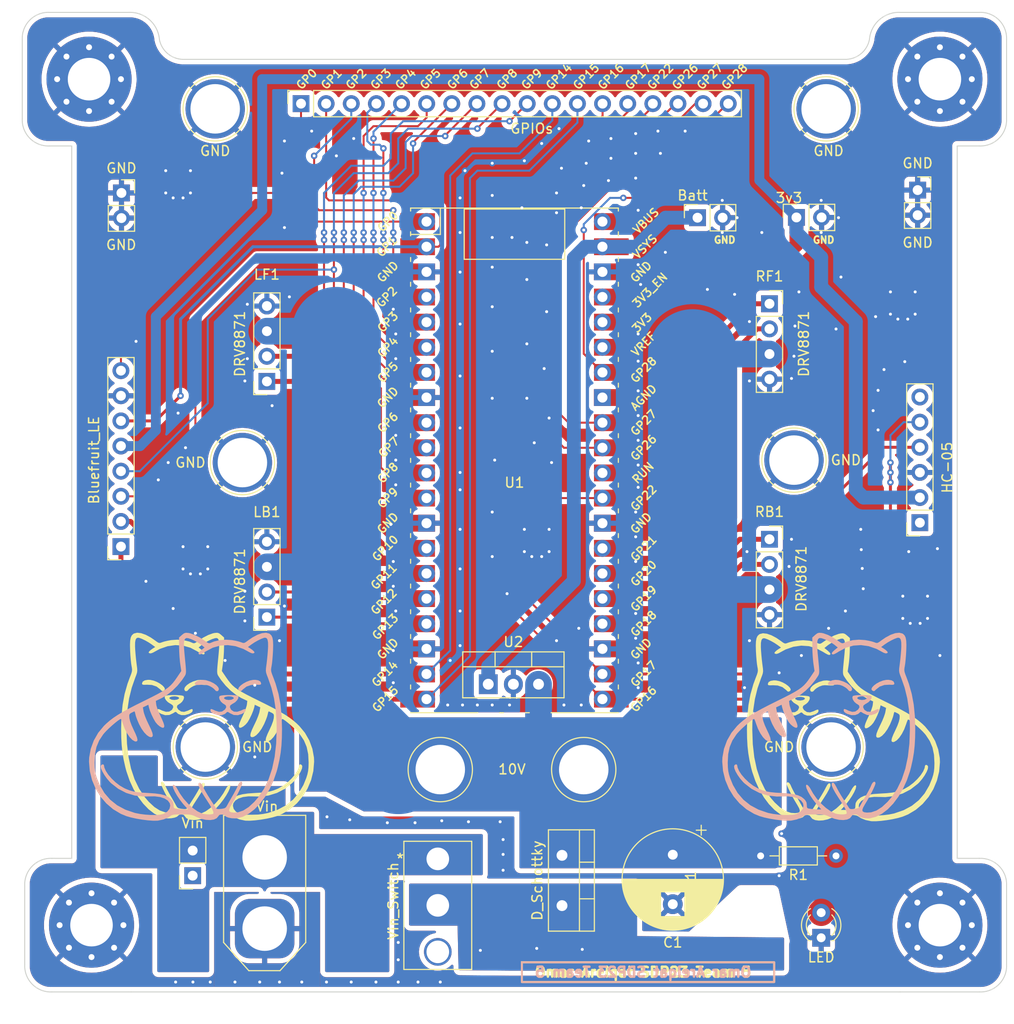
<source format=kicad_pcb>
(kicad_pcb (version 20211014) (generator pcbnew)
  (layers (0 "F.Cu" signal) (31 "B.Cu" signal) (34 "B.Paste" user) (35 "F.Paste" user) (36 "B.SilkS" user "B.Silkscreen") (37 "F.SilkS" user "F.Silkscreen") (38 "B.Mask" user) (39 "F.Mask" user) (44 "Edge.Cuts" user))
  (net 0 "")
  (net 1 "LF1")
  (net 2 "LF2")
  (net 3 "+10V")
  (net 4 "GND")
  (net 5 "RB1")
  (net 6 "RB2")
  (net 7 "LB1")
  (net 8 "LB2")
  (net 9 "RF1")
  (net 10 "RF2")
  (net 11 "Vcc_10v")
  (net 12 "Net-(D3-Pad2)")
  (net 13 "VCC")
  (net 15 "+3V3")
  (net 17 "VSYS")
  (net 24 "GPIO16")
  (net 25 "GPIO17")
  (net 26 "GPIO1")
  (net 27 "GPIO2")
  (net 28 "GPIO3")
  (net 29 "GPIO4")
  (net 30 "GPIO5")
  (net 31 "GPIO6")
  (net 32 "GPIO7")
  (net 33 "GPIO8")
  (net 34 "GPIO9")
  (net 35 "GPIO15")
  (net 36 "GPIO22")
  (net 37 "GPIO26")
  (net 38 "GPIO27")
  (net 39 "GPIO28")
  (net 40 "CTS")
  (net 41 "DFU")
  (footprint "Connector_PinSocket_2.54mm:PinSocket_1x02_P2.54mm_Vertical" (layer "F.Cu") (at 167.5 75.46)
    (fp_text reference "J17")
    (fp_text value "GND")
  )
  (footprint "TestPoint:TestPoint_Plated_Hole_D5.0mm" (layer "F.Cu") (at 95.5 131.75)
    (fp_text reference "J11")
    (fp_text value "GND")
  )
  (footprint "Connector_PinSocket_2.54mm:PinSocket_1x04_P2.54mm_Vertical" (layer "F.Cu") (at 152.525 86.95)
    (fp_text reference "RF1")
    (fp_text value "DRV8871")
  )
  (footprint "Coaster_PCB_CDR:pic22" (layer "F.Cu") (at 95.75 129.5)
    (fp_text reference "Qat")
    (fp_text value "LOGO" hide)
  )
  (footprint "TestPoint:TestPoint_Plated_Hole_D5.0mm" (layer "F.Cu") (at 158.25 67.25)
    (fp_text reference "J15")
    (fp_text value "GND")
  )
  (footprint "Buggy_Footprints:1101M2S3CQE2" (layer "F.Cu") (at 119 143.051)
    (fp_text reference "SW1")
    (fp_text value "Vin_Switch")
  )
  (footprint "Connector_PinSocket_2.54mm:PinSocket_1x02_P2.54mm_Vertical" (layer "F.Cu") (at 155.25 78.225 90)
    (fp_text reference "J13")
    (fp_text value "3v3")
  )
  (footprint "MountingHole:MountingHole_4.3mm_M4_Pad_Via" (layer "F.Cu") (at 169.75 149.75)
    (fp_text reference "H3")
    (fp_text value "M")
  )
  (footprint "Connector_PinSocket_2.54mm:PinSocket_1x08_P2.54mm_Vertical" (layer "F.Cu") (at 86.975 111.49 180)
    (fp_text reference "J9")
    (fp_text value "Bluefruit_LE")
  )
  (footprint "Coaster_PCB_CDR:pic22" (layer "F.Cu") (at 159.00321 129.554814)
    (fp_text reference "Qat")
    (fp_text value "LOGO" hide)
  )
  (footprint "LED_THT:LED_D3.0mm" (layer "F.Cu") (at 157.75 151.025 90)
    (fp_text reference "D3")
    (fp_text value "LED")
  )
  (footprint "Package_TO_SOT_THT:TO-220-2_Vertical" (layer "F.Cu") (at 131.555 142.695354 -90)
    (fp_text reference "D1")
    (fp_text value "D_Schottky")
  )
  (footprint "MountingHole:MountingHole_4.3mm_M4_Pad_Via" (layer "F.Cu") (at 83.75 64.25)
    (fp_text reference "H1")
    (fp_text value "M")
  )
  (footprint "TestPoint:TestPoint_Plated_Hole_D5.0mm" (layer "F.Cu") (at 158.75 131.75)
    (fp_text reference "J14")
    (fp_text value "GND")
  )
  (footprint "TestPoint:TestPoint_Plated_Hole_D5.0mm" (layer "F.Cu") (at 99.25 103)
    (fp_text reference "J12")
    (fp_text value "GND")
  )
  (footprint "Connector_PinSocket_2.54mm:PinSocket_1x18_P2.54mm_Vertical" (layer "F.Cu") (at 105.175 66.725 90)
    (fp_text reference "J8")
    (fp_text value "GPIOs")
  )
  (footprint "Capacitor_THT:CP_Radial_D10.0mm_P5.00mm" (layer "F.Cu") (at 142.75 142.632323 -90)
    (fp_text reference "C1")
    (fp_text value "2200uF")
  )
  (footprint "TestPoint:TestPoint_Plated_Hole_D5.0mm" (layer "F.Cu") (at 96.5 67.25 90)
    (fp_text reference "J5")
    (fp_text value "GND")
  )
  (footprint "Connector_PinSocket_2.54mm:PinSocket_1x06_P2.54mm_Vertical" (layer "F.Cu") (at 167.725 109.075 180)
    (fp_text reference "J2")
    (fp_text value "HC-05")
  )
  (footprint "Connector_PinSocket_2.54mm:PinSocket_1x02_P2.54mm_Vertical" (layer "F.Cu") (at 145.25 78.2525 90)
    (fp_text reference "J4")
    (fp_text value "Batt")
  )
  (footprint "MountingHole:MountingHole_4.3mm_M4_Pad_Via" (layer "F.Cu") (at 169.75 64.25)
    (fp_text reference "H2")
    (fp_text value "M")
  )
  (footprint "Connector_PinSocket_2.54mm:PinSocket_1x02_P2.54mm_Vertical" (layer "F.Cu") (at 87.025 75.75)
    (fp_text reference "J16")
    (fp_text value "GND")
  )
  (footprint "Package_TO_SOT_THT:TO-220-3_Vertical" (layer "F.Cu") (at 124.1 125.4)
    (fp_text reference "U2")
    (fp_text value "LM2937xT")
  )
  (footprint "Connector_AMASS:AMASS_XT60-M_1x02_P7.20mm_Vertical" (layer "F.Cu") (at 101.5 150.1 90)
    (fp_text reference "J1")
    (fp_text value "Vin")
  )
  (footprint "Connector_PinSocket_2.54mm:PinSocket_1x02_P2.54mm_Vertical" (layer "F.Cu") (at 94.225 144.75 180)
    (fp_text reference "J6")
    (fp_text value "Vin")
  )
  (footprint "Resistor_THT:R_Axial_DIN0204_L3.6mm_D1.6mm_P7.62mm_Horizontal" (layer "F.Cu") (at 159.25 142.75 180)
    (fp_text reference "R1")
    (fp_text value "330")
  )
  (footprint "Connector_PinSocket_2.54mm:PinSocket_1x04_P2.54mm_Vertical" (layer "F.Cu") (at 101.725 118.62 180)
    (fp_text reference "LB1")
    (fp_text value "DRV8871")
  )
  (footprint "MountingHole:MountingHole_4.3mm_M4_Pad_Via" (layer "F.Cu") (at 84 149.75)
    (fp_text reference "H4")
    (fp_text value "M")
  )
  (footprint "Connector_PinSocket_2.54mm:PinSocket_1x04_P2.54mm_Vertical" (layer "F.Cu") (at 101.725 94.8 180)
    (fp_text reference "LF1")
    (fp_text value "DRV8871")
  )
  (footprint "TestPoint:TestPoint_Plated_Hole_D5.0mm" (layer "F.Cu") (at 119.25 134.0275)
    (fp_text reference "J7")
    (fp_text value "10V")
  )
  (footprint "TestPoint:TestPoint_Plated_Hole_D5.0mm" (layer "F.Cu") (at 133.75 134.0275)
    (fp_text reference "J3")
    (fp_text value "10V")
  )
  (footprint "TestPoint:TestPoint_Plated_Hole_D5.0mm" (layer "F.Cu") (at 155 102.75)
    (fp_text reference "J10")
    (fp_text value "GND")
  )
  (footprint "Connector_PinSocket_2.54mm:PinSocket_1x04_P2.54mm_Vertical" (layer "F.Cu") (at 152.525 110.75)
    (fp_text reference "RB1")
    (fp_text value "DRV8871")
  )
  (footprint "RPi_Pico:RPi_PicoW_SMD_TH" (layer "F.Cu") (at 126.75 102.7775)
    (fp_text reference "U1")
    (fp_text value "PicoW")
  )
  (footprint "Coaster_PCB_CDR:pic22" (layer "B.Cu") (at 158.5 129.5 180)
    (fp_text reference "Qat")
    (fp_text value "LOGO" hide)
  )
  (footprint "Coaster_PCB_CDR:pic22" (layer "B.Cu") (at 94.49679 129.5 180)
    (fp_text reference "Qat")
    (fp_text value "LOGO" hide)
  )
  (gr_rect (start 153 155.5) (end 127.5 153.5) (layer "B.SilkS") (width 0.2) (fill none))
  (gr_rect (start 153 155.5) (end 127.5 153.5) (layer "F.SilkS") (width 0.2) (fill none))
  (gr_arc (start 176.489399 153.75) (mid 175.719204 155.729805) (end 173.739399 156.5) (layer "Edge.Cuts") (width 0.1))
  (gr_arc (start 162.625 60.25) (mid 163.62765 58.246988) (end 165.739399 57.5) (layer "Edge.Cuts") (width 0.1))
  (gr_line (start 173.739399 143) (end 171.5 143) (layer "Edge.Cuts") (width 0.1))
  (gr_line (start 176.489399 60.25) (end 176.489399 68.25) (layer "Edge.Cuts") (width 0.1))
  (gr_arc (start 79.75 71) (mid 77.770195 70.229805) (end 77 68.25) (layer "Edge.Cuts") (width 0.1))
  (gr_line (start 77.25 153.75) (end 77.25 145.75) (layer "Edge.Cuts") (width 0.1))
  (gr_line (start 173.739399 57.5) (end 165.739399 57.5) (layer "Edge.Cuts") (width 0.1))
  (gr_arc (start 173.739399 143) (mid 175.719205 143.770194) (end 176.489399 145.75) (layer "Edge.Cuts") (width 0.1))
  (gr_line (start 171.5 143) (end 171.5 71) (layer "Edge.Cuts") (width 0.1))
  (gr_arc (start 93.25 62.25) (mid 91.705112 61.669962) (end 90.864399 60.25) (layer "Edge.Cuts") (width 0.1))
  (gr_line (start 77 68.25) (end 77 60.25) (layer "Edge.Cuts") (width 0.1))
  (gr_line (start 80 143) (end 82 143) (layer "Edge.Cuts") (width 0.1))
  (gr_arc (start 77.25 145.75) (mid 78.020195 143.770195) (end 80 143) (layer "Edge.Cuts") (width 0.1))
  (gr_line (start 80 156.5) (end 88 156.5) (layer "Edge.Cuts") (width 0.1))
  (gr_line (start 93.25 62.25) (end 160.239399 62.25) (layer "Edge.Cuts") (width 0.1))
  (gr_arc (start 77 60.25) (mid 77.770195 58.270195) (end 79.75 57.5) (layer "Edge.Cuts") (width 0.1))
  (gr_line (start 82 71) (end 82 143) (layer "Edge.Cuts") (width 0.1))
  (gr_line (start 171.5 71) (end 173.75 71) (layer "Edge.Cuts") (width 0.1))
  (gr_line (start 79.75 57.5) (end 87.75 57.5) (layer "Edge.Cuts") (width 0.1))
  (gr_arc (start 80 156.5) (mid 78.020195 155.729805) (end 77.25 153.75) (layer "Edge.Cuts") (width 0.1))
  (gr_arc (start 87.75 57.5) (mid 89.861792 58.246939) (end 90.864399 60.25) (layer "Edge.Cuts") (width 0.1))
  (gr_arc (start 162.625 60.25) (mid 161.784268 61.669939) (end 160.239399 62.25) (layer "Edge.Cuts") (width 0.1))
  (gr_line (start 173.739399 156.5) (end 165.739399 156.5) (layer "Edge.Cuts") (width 0.1))
  (gr_arc (start 176.489399 68.25) (mid 175.722928 70.22591) (end 173.75 71) (layer "Edge.Cuts") (width 0.1))
  (gr_line (start 79.75 71) (end 82 71) (layer "Edge.Cuts") (width 0.1))
  (gr_arc (start 173.739399 57.5) (mid 175.719205 58.270194) (end 176.489399 60.25) (layer "Edge.Cuts") (width 0.1))
  (gr_line (start 176.489399 145.75) (end 176.489399 153.75) (layer "Edge.Cuts") (width 0.1))
  (gr_line (start 88 156.5) (end 165.739399 156.5) (layer "Edge.Cuts") (width 0.1))
  (gr_text "Omar Areiqat SDP23 Team 5" (at 139.75 154.5) (layer "B.SilkS") (effects (font (size 1 1) (thickness 0.25)) (justify mirror)))
  (gr_text "GP26" (at 144 64 45) (layer "F.SilkS") (effects (font (size 0.8 0.8))))
  (gr_text "GP17" (at 139.25 64 45) (layer "F.SilkS") (effects (font (size 0.8 0.8))))
  (gr_text "GND" (at 87.025 73.25) (layer "F.SilkS") (effects (font (size 1 1))))
  (gr_text "GND" (at 148 80.5) (layer "F.SilkS") (effects (font (size 0.7 0.7) (thickness 0.175))))
  (gr_text "GP0" (at 105.75 64.25 45) (layer "F.SilkS") (effects (font (size 0.8 0.8))))
  (gr_text "GP15" (at 134 64 45) (layer "F.SilkS") (effects (font (size 0.8 0.8))))
  (gr_text "Omar Areiqat SDP23 Team 5" (at 139.75 154.5) (layer "F.SilkS") (effects (font (size 1 1) (thickness 0.25))))
  (gr_text "GND" (at 167.5 72.75) (layer "F.SilkS") (effects (font (size 1 1))))
  (gr_text "GP14" (at 131.25 64 45) (layer "F.SilkS") (effects (font (size 0.8 0.8))))
  (gr_text "GP5" (at 118.25 64.25 45) (layer "F.SilkS") (effects (font (size 0.8 0.8))))
  (gr_text "GND" (at 87 81) (layer "F.SilkS") (effects (font (size 1 1))))
  (gr_text "GP1" (at 108.25 64.25 45) (layer "F.SilkS") (effects (font (size 0.8 0.8))))
  (gr_text "GP28" (at 149 64 45) (layer "F.SilkS") (effects (font (size 0.8 0.8))))
  (gr_text "GP6" (at 121 64.25 45) (layer "F.SilkS") (effects (font (size 0.8 0.8))))
  (gr_text "GP8" (at 126 64.25 45) (layer "F.SilkS") (effects (font (size 0.8 0.8))))
  (gr_text "GND" (at 158 80.5) (layer "F.SilkS") (effects (font (size 0.7 0.7) (thickness 0.175))))
  (gr_text "GP9" (at 128.5 64.25 45) (layer "F.SilkS") (effects (font (size 0.8 0.8))))
  (gr_text "GP2" (at 110.75 64.25 45) (layer "F.SilkS") (effects (font (size 0.8 0.8))))
  (gr_text "GP22" (at 141.5 64 45) (layer "F.SilkS") (effects (font (size 0.8 0.8))))
  (gr_text "GP4" (at 115.75 64.25 45) (layer "F.SilkS") (effects (font (size 0.8 0.8))))
  (gr_text "GP27" (at 146.5 64 45) (layer "F.SilkS") (effects (font (size 0.8 0.8))))
  (gr_text "GP16" (at 136.5 64 45) (layer "F.SilkS") (effects (font (size 0.8 0.8))))
  (gr_text "GP3" (at 113.25 64.25 45) (layer "F.SilkS") (effects (font (size 0.8 0.8))))
  (gr_text "GP7" (at 123.25 64.25 45) (layer "F.SilkS") (effects (font (size 0.8 0.8))))
  (segment (start 109.5 96.25) (end 108.05 94.8) (width 0.5) (layer "F.Cu") (net 1))
  (segment (start 112.68 114.2075) (end 109.5 111.0275) (width 0.5) (layer "F.Cu") (net 1))
  (segment (start 117.86 114.2075) (end 112.68 114.2075) (width 0.5) (layer "F.Cu") (net 1))
  (segment (start 108.05 94.8) (end 101.725 94.8) (width 0.5) (layer "F.Cu") (net 1))
  (segment (start 109.5 111.0275) (end 109.5 96.25) (width 0.5) (layer "F.Cu") (net 1))
  (segment (start 111.25 96.25) (end 107.26 92.26) (width 0.5) (layer "F.Cu") (net 2))
  (segment (start 107.26 92.26) (end 101.725 92.26) (width 0.5) (layer "F.Cu") (net 2))
  (segment (start 113.89 111.6675) (end 111.25 109.0275) (width 0.5) (layer "F.Cu") (net 2))
  (segment (start 117.86 111.6675) (end 113.89 111.6675) (width 0.5) (layer "F.Cu") (net 2))
  (segment (start 111.25 109.0275) (end 111.25 96.25) (width 0.5) (layer "F.Cu") (net 2))
  (segment (start 144.75 128.056424) (end 144.75 113.75) (width 9) (layer "B.Cu") (net 3))
  (segment (start 152.525 115.83) (end 146.83 115.83) (width 2.7) (layer "B.Cu") (net 3))
  (segment (start 108.75 127.77014) (end 108.75 113.5) (width 9) (layer "B.Cu") (net 3))
  (segment (start 144.75 113.75) (end 144.75 92) (width 9) (layer "B.Cu") (net 3))
  (segment (start 146.83 115.83) (end 144.75 113.75) (width 2.7) (layer "B.Cu") (net 3))
  (segment (start 115.00736 134.0275) (end 108.75 127.77014) (width 9) (layer "B.Cu") (net 3))
  (segment (start 152.525 92.03) (end 144.78 92.03) (width 2.7) (layer "B.Cu") (net 3))
  (segment (start 108.71 113.54) (end 108.75 113.5) (width 2.7) (layer "B.Cu") (net 3))
  (segment (start 101.725 113.54) (end 108.71 113.54) (width 2.7) (layer "B.Cu") (net 3))
  (segment (start 138.778924 134.0275) (end 144.75 128.056424) (width 9) (layer "B.Cu") (net 3))
  (segment (start 108.72 89.72) (end 108.75 89.75) (width 2.7) (layer "B.Cu") (net 3))
  (segment (start 119.25 134.0275) (end 115.00736 134.0275) (width 8) (layer "B.Cu") (net 3))
  (segment (start 129.18 129.4575) (end 133.75 134.0275) (width 2.7) (layer "B.Cu") (net 3))
  (segment (start 101.725 89.72) (end 108.72 89.72) (width 2.7) (layer "B.Cu") (net 3))
  (segment (start 133.75 134.0275) (end 138.778924 134.0275) (width 9) (layer "B.Cu") (net 3))
  (segment (start 129.18 125.4) (end 129.18 129.4575) (width 2.7) (layer "B.Cu") (net 3))
  (segment (start 108.75 113.5) (end 108.75 89.75) (width 9) (layer "B.Cu") (net 3))
  (segment (start 144.78 92.03) (end 144.75 92) (width 2.7) (layer "B.Cu") (net 3))
  (via (at 114.5 122) (size 0.65) (drill 0.3) (layers "F.Cu" "B.Cu") (net 4))
  (via (at 121.25 83.75) (size 0.65) (drill 0.3) (layers "F.Cu" "B.Cu") (net 4))
  (via (at 94 75.75) (size 0.65) (drill 0.3) (layers "F.Cu" "B.Cu") (net 4))
  (via (at 114.75 102.75) (size 0.65) (drill 0.3) (layers "F.Cu" "B.Cu") (net 4))
  (via (at 110.5 70.25) (size 0.65) (drill 0.3) (layers "F.Cu" "B.Cu") (net 4))
  (via (at 139.25 105.5) (size 0.65) (drill 0.3) (layers "F.Cu" "B.Cu") (net 4))
  (via (at 130.25 112) (size 0.65) (drill 0.3) (layers "F.Cu" "B.Cu") (net 4))
  (via (at 134.25 70.5) (size 0.65) (drill 0.3) (layers "F.Cu" "B.Cu") (net 4))
  (via (at 166.75 119.25) (size 0.65) (drill 0.3) (layers "F.Cu" "B.Cu") (net 4))
  (via (at 153.75 140.5) (size 0.65) (drill 0.3) (layers "F.Cu" "B.Cu") (net 4))
  (via (at 124.75 102.75) (size 0.65) (drill 0.3) (layers "F.Cu" "B.Cu") (net 4))
  (via (at 128.75 101) (size 0.65) (drill 0.3) (layers "F.Cu" "B.Cu") (net 4))
  (via (at 160.2 118) (size 0.65) (drill 0.3) (layers "F.Cu" "B.Cu") (net 4))
  (via (at 163.25 88.25) (size 0.65) (drill 0.3) (layers "F.Cu" "B.Cu") (net 4))
  (via (at 150.5 121) (size 0.65) (drill 0.3) (layers "F.Cu" "B.Cu") (net 4))
  (via (at 130.25 109.75) (size 0.65) (drill 0.3) (layers "F.Cu" "B.Cu") (net 4))
  (via (at 161.9 113.7) (size 0.65) (drill 0.3) (layers "F.Cu" "B.Cu") (net 4))
  (via (at 99.75 87) (size 0.65) (drill 0.3) (layers "F.Cu" "B.Cu") (net 4))
  (via (at 110.1 139.1) (size 0.65) (drill 0.3) (layers "F.Cu" "B.Cu") (net 4))
  (via (at 150 125.75) (size 0.65) (drill 0.3) (layers "F.Cu" "B.Cu") (net 4))
  (via (at 129.75 93.5) (size 0.65) (drill 0.3) (layers "F.Cu" "B.Cu") (net 4))
  (via (at 130.25 98.5) (size 0.65) (drill 0.3) (layers "F.Cu" "B.Cu") (net 4))
  (via (at 144 69.5) (size 0.65) (drill 0.3) (layers "F.Cu" "B.Cu") (net 4))
  (via (at 115 151.5) (size 0.65) (drill 0.3) (layers "F.Cu" "B.Cu") (net 4))
  (via (at 88.5 90.75) (size 0.65) (drill 0.3) (layers "F.Cu" "B.Cu") (net 4))
  (via (at 159.75 84.25) (size 0.65) (drill 0.3) (layers "F.Cu" "B.Cu") (net 4))
  (via (at 154.75 94.5) (size 0.65) (drill 0.3) (layers "F.Cu" "B.Cu") (net 4))
  (via (at 112.75 155.5) (size 0.65) (drill 0.3) (layers "F.Cu" "B.Cu") (net 4))
  (via (at 139.25 98.25) (size 0.65) (drill 0.3) (layers "F.Cu" "B.Cu") (net 4))
  (via (at 136.5 70.25) (size 0.65) (drill 0.3) (layers "F.Cu" "B.Cu") (net 4))
  (via (at 166.2 92.8) (size 0.65) (drill 0.3) (layers "F.Cu" "B.Cu") (net 4))
  (via (at 99.5 119) (size 0.65) (drill 0.3) (layers "F.Cu" "B.Cu") (net 4))
  (via (at 139.25 83) (size 0.65) (drill 0.3) (layers "F.Cu" "B.Cu") (net 4))
  (via (at 130 87.75) (size 0.65) (drill 0.3) (layers "F.Cu" "B.Cu") (net 4))
  (via (at 124.5 112.5) (size 0.65) (drill 0.3) (layers "F.Cu" "B.Cu") (net 4))
  (via (at 157.75 76.5) (size 0.65) (drill 0.3) (layers "F.Cu" "B.Cu") (net 4))
  (via (at 121.25 105.75) (size 0.65) (drill 0.3) (layers "F.Cu" "B.Cu") (net 4))
  (via (at 121.25 89) (size 0.65) (drill 0.3) (layers "F.Cu" "B.Cu") (net 4))
  (via (at 124.5 127.5) (size 0.65) (drill 0.3) (layers "F.Cu" "B.Cu") (net 4))
  (via (at 99.5 116) (size 0.65) (drill 0.3) (layers "F.Cu" "B.Cu") (net 4))
  (via (at 107.8 138.8) (size 0.65) (drill 0.3) (layers "F.Cu" "B.Cu") (net 4))
  (via (at 94.5 120.25) (size 0.65) (drill 0.3) (layers "F.Cu" "B.Cu") (net 4))
  (via (at 139 69.75) (size 0.65) (drill 0.3) (layers "F.Cu" "B.Cu") (net 4))
  (via (at 114.75 118) (size 0.65) (drill 0.3) (layers "F.Cu" "B.Cu") (net 4))
  (via (at 115 153.25) (size 0.65) (drill 0.3) (layers "F.Cu" "B.Cu") (net 4))
  (via (at 103 155.5) (size 0.65) (drill 0.3) (layers "F.Cu" "B.Cu") (net 4))
  (via (at 164.1 93.6) (size 0.65) (drill 0.3) (layers "F.Cu" "B.Cu") (net 4))
  (via (at 104 86.25) (size 0.65) (drill 0.3) (layers "F.Cu" "B.Cu") (net 4))
  (via (at 107.75 155.5) (size 0.65) (drill 0.3) (layers "F.Cu" "B.Cu") (net 4))
  (via (at 108.75 72) (size 0.65) (drill 0.3) (layers "F.Cu" "B.Cu") (net 4))
  (via (at 141.5 71.75) (size 0.65) (drill 0.3) (layers "F.Cu" "B.Cu") (net 4))
  (via (at 149 86) (size 0.65) (drill 0.3) (layers "F.Cu" "B.Cu") (net 4))
  (via (at 139 113) (size 0.65) (drill 0.3) (layers "F.Cu" "B.Cu") (net 4))
  (via (at 139.25 90) (size 0.65) (drill 0.3) (layers "F.Cu" "B.Cu") (net 4))
  (via (at 114.25 109.25) (size 0.65) (drill 0.3) (layers "F.Cu" "B.Cu") (net 4))
  (via (at 131.5 73.25) (size 0.65) (drill 0.3) (layers "F.Cu" "B.Cu") (net 4))
  (via (at 141.25 69.5) (size 0.65) (drill 0.3) (layers "F.Cu" "B.Cu") (net 4))
  (via (at 131.25 69.25) (size 0.65) (drill 0.3) (layers "F.Cu" "B.Cu") (net 4))
  (via (at 162 115.75) (size 0.65) (drill 0.3) (layers "F.Cu" "B.Cu") (net 4))
  (via (at 150.25 112) (size 0.65) (drill 0.3) (layers "F.Cu" "B.Cu") (net 4))
  (via (at 121.25 109.75) (size 0.65) (drill 0.3) (layers "F.Cu" "B.Cu") (net 4))
  (via (at 124.5 91.75) (size 0.65) (drill 0.3) (layers "F.Cu" "B.Cu") (net 4))
  (via (at 94 114.25) (size 0.65) (drill 0.3) (layers "F.Cu" "B.Cu") (net 4))
  (via (at 124.5 76) (size 0.65) (drill 0.3) (layers "F.Cu" "B.Cu") (net 4))
  (via (at 155.75 122.5) (size 0.65) (drill 0.3) (layers "F.Cu" "B.Cu") (net 4))
  (via (at 127.75 112) (size 0.65) (drill 0.3) (layers "F.Cu" "B.Cu") (net 4))
  (via (at 113.9 139.4) (size 0.65) (drill 0.3) (layers "F.Cu" "B.Cu") (net 4))
  (via (at 101 155.5) (size 0.65) (drill 0.3) (layers "F.Cu" "B.Cu") (net 4))
  (via (at 114.75 100.25) (size 0.65) (drill 0.3) (layers "F.Cu" "B.Cu") (net 4))
  (via (at 133.25 119.75) (size 0.65) (drill 0.3) (layers "F.Cu" "B.Cu") (net 4))
  (via (at 99.5 94.75) (size 0.65) (drill 0.3) (layers "F.Cu" "B.Cu") (net 4))
  (via (at 157.75 79.75) (size 0.65) (drill 0.3) (layers "F.Cu" "B.Cu") (net 4))
  (via (at 150.5 94.75) (size 0.65) (drill 0.3) (layers "F.Cu" "B.Cu") (net 4))
  (via (at 155 92.25) (size 0.65) (drill 0.3) (layers "F.Cu" "B.Cu") (net 4))
  (via (at 121.25 104) (size 0.65) (drill 0.3) (layers "F.Cu" "B.Cu") (net 4))
  (via (at 92.25 76.25) (size 0.65) (drill 0.3) (layers "F.Cu" "B.Cu") (net 4))
  (via (at 165.5 88.5) (size 0.65) (drill 0.3) (layers "F.Cu" "B.Cu") (net 4))
  (via (at 114.5 125.25) (size 0.65) (drill 0.3) (layers "F.Cu" "B.Cu") (net 4))
  (via (at 91.5 73.5) (size 0.65) (drill 0.3) (layers "F.Cu" "B.Cu") (net 4))
  (via (at 105.25 155.5) (size 0.65) (drill 0.3) (layers "F.Cu" "B.Cu") (net 4))
  (via (at 169.5 111.7) (size 0.65) (drill 0.3) (layers "F.Cu" "B.Cu") (net 4))
  (via (at 103.5 70.5) (size 0.65) (drill 0.3) (layers "F.Cu" "B.Cu") (net 4))
  (via (at 131 75.75) (size 0.65) (drill 0.3) (layers "F.Cu" "B.Cu") (net 4))
  (via (at 92.5 155.5) (size 0.65) (drill 0.3) (layers "F.Cu" "B.Cu") (net 4))
  (via (at 103.25 73.75) (size 0.65) (drill 0.3) (layers "F.Cu" "B.Cu") (net 4))
  (via (at 89.5 115) (size 0.65) (drill 0.3) (layers "F.Cu" "B.Cu") (net 4))
  (via (at 139 110.5) (size 0.65) (drill 0.3) (layers "F.Cu" "B.Cu") (net 4))
  (via (at 91.5 75.75) (size 0.65) (drill 0.3) (layers "F.Cu" "B.Cu") (net 4))
  (via (at 124.5 108) (size 0.65) (drill 0.3) (layers "F.Cu" "B.Cu") (net 4))
  (via (at 121.25 118) (size 0.65) (drill 0.3) (layers "F.Cu" "B.Cu") (net 4))
  (via (at 94 73.5) (size 0.65) (drill 0.3) (layers "F.Cu" "B.Cu") (net 4))
  (via (at 130.5 103) (size 0.65) (drill 0.3) (layers "F.Cu" "B.Cu") (net 4))
  (via (at 93.25 113.75) (size 0.65) (drill 0.3) (layers "F.Cu" "B.Cu") (net 4))
  (via (at 124.5 96.5) (size 0.65) (drill 0.3) (layers "F.Cu" "B.Cu") (net 4))
  (via (at 125.6 142.6) (size 0.65) (drill 0.3) (layers "F.Cu" "B.Cu") (net 4))
  (via (at 166.5 88.5) (size 0.65) (drill 0.3) (layers "F.Cu" "B.Cu") (net 4))
  (via (at 126.25 127.5) (size 0.65) (drill 0.3) (layers "F.Cu" "B.Cu") (net 4))
  (via (at 124.5 80.25) (size 0.65) (drill 0.3) (layers "F.Cu" "B.Cu") (net 4))
  (via (at 128 96.5) (size 0.65) (drill 0.3) (layers "F.Cu" "B.Cu") (net 4))
  (via (at 114.75 105.25) (size 0.65) (drill 0.3) (layers "F.Cu" "B.Cu") (net 4))
  (via (at 122.1 139.3) (size 0.65) (drill 0.3) (layers "F.Cu" "B.Cu") (net 4))
  (via (at 131 77.75) (size 0.65) (drill 0.3) (layers "F.Cu" "B.Cu") (net 4))
  (via (at 139 120.75) (size 0.65) (drill 0.3) (layers "F.Cu" "B.Cu") (net 4))
  (via (at 99.75 92.5) (size 0.65) (drill 0.3) (layers "F.Cu" "B.Cu") (net 4))
  (via (at 95.75 113.75) (size 0.65) (drill 0.3) (layers "F.Cu" "B.Cu") (net 4))
  (via (at 121.25 121.5) (size 0.65) (drill 0.3) (layers "F.Cu" "B.Cu") (net 4))
  (via (at 163.5 99.7) (size 0.65) (drill 0.3) (layers "F.Cu" "B.Cu") (net 4))
  (via (at 126.5 80.25) (size 0.65) (drill 0.3) (layers "F.Cu" "B.Cu") (net 4))
  (via (at 103 121) (size 0.65) (drill 0.3) (layers "F.Cu" "B.Cu") (net 4))
  (via (at 130 81) (size 0.65) (drill 0.3) (layers "F.Cu" "B.Cu") (net 4))
  (via (at 139 108) (size 0.65) (drill 0.3) (layers "F.Cu" "B.Cu") (net 4))
  (via (at 110.25 155.5) (size 0.65) (drill 0.3) (layers "F.Cu" "B.Cu") (net 4))
  (via (at 128 80.75) (size 0.65) (drill 0.3) (layers "F.Cu" "B.Cu") (net 4))
  (via (at 125.6 141.1) (size 0.65) (drill 0.3) (layers "F.Cu" "B.Cu") (net 4))
  (via (at 139.25 95.75) (size 0.65) (drill 0.3) (layers "F.Cu" "B.Cu") (net 4))
  (via (at 96 155.5) (size 0.65) (drill 0.3) (layers "F.Cu" "B.Cu") (net 4))
  (via (at 114.5 87.5) (size 0.65) (drill 0.3) (layers "F.Cu" "B.Cu") (net 4))
  (via (at 163.5 95.7) (size 0.65) (drill 0.3) (layers "F.Cu" "B.Cu") (net 4))
  (via (at 164.75 88) (size 0.65) (drill 0.3) (layers "F.Cu" "B.Cu") (net 4))
  (via (at 159.25 89.5) (size 0.65) (drill 0.3) (layers "F.Cu" "B.Cu") (net 4))
  (via (at 139.25 103.25) (size 0.65) (drill 0.3) (layers "F.Cu" "B.Cu") (net 4))
  (via (at 97.5 123) (size 0.65) (drill 0.3) (layers "F.Cu" "B.Cu") (net 4))
  (via (at 147.75 79.75) (size 0.65) (drill 0.3) (layers "F.Cu" "B.Cu") (net 4))
  (via (at 125.3 139.3) (size 0.65) (drill 0.3) (layers "F.Cu" "B.Cu") (net 4))
  (via (at 153.5 144.75) (size 0.65) (drill 0.3) (layers "F.Cu" "B.Cu") (net 4))
  (via (at 124.5 87.25) (size 0.65) (drill 0.3) (layers "F.Cu" "B.Cu") (net 4))
  (via (at 136.25 74.5) (size 0.65) (drill 0.3) (layers "F.Cu" "B.Cu") (net 4))
  (via (at 120.25 123) (size 0.65) (drill 0.3) (layers "F.Cu" "B.Cu") (net 4))
  (via (at 128 84.5) (size 0.65) (drill 0.3) (layers "F.Cu" "B.Cu") (net 4))
  (via (at 164.75 85.75) (size 0.65) (drill 0.3) (layers "F.Cu" "B.Cu") (net 4))
  (via (at 131.75 127.5) (size 0.65) (drill 0.3) (layers "F.Cu" "B.Cu") (net 4))
  (via (at 133.5 77.25) (size 0.65) (drill 0.3) (layers "F.Cu" "B.Cu") (net 4))
  (via (at 133.5 127.5) (size 0.65) (drill 0.3) (layers "F.Cu" "B.Cu") (net 4))
  (via (at 93.25 76.25) (size 0.65) (drill 0.3) (layers "F.Cu" "B.Cu") (net 4))
  (via (at 127.75 72.5) (size 0.65) (drill 0.3) (layers "F.Cu" "B.Cu") (net 4))
  (via (at 93.25 111.5) (size 0.65) (drill 0.3) (layers "F.Cu" "B.Cu") (net 4))
  (via (at 119.25 155.5) (size 0.65) (drill 0.3) (layers "F.Cu" "B.Cu") (net 4))
  (via (at 136.5 72.25) (size 0.65) (drill 0.3) (layers "F.Cu" "B.Cu") (net 4))
  (via (at 124.5 72.75) (size 0.65) (drill 0.3) (layers "F.Cu" "B.Cu") (net 4))
  (via (at 139.25 92.75) (size 0.65) (drill 0.3) (layers "F.Cu" "B.Cu") (net 4))
  (via (at 139.25 125.75) (size 0.65) (drill 0.3) (layers "F.Cu" "B.Cu") (net 4))
  (via (at 163 97.75) (size 0.65) (drill 0.3) (layers "F.Cu" "B.Cu") (net 4))
  (via (at 167.25 85.75) (size 0.65) (drill 0.3) (layers "F.Cu" "B.Cu") (net 4))
  (via (at 121.25 99.5) (size 0.65) (drill 0.3) (layers "F.Cu" "B.Cu") (net 4))
  (via (at 103.5 79.25) (size 0.65) (drill 0.3) (layers "F.Cu" "B.Cu") (net 4))
  (via (at 124.5 83.25) (size 0.65) (drill 0.3) (layers "F.Cu" "B.Cu") (net 4))
  (via (at 114.75 92.5) (size 0.65) (drill 0.3) (layers "F.Cu" "B.Cu") (net 4))
  (via (at 150.5 88.75) (size 0.65) (drill 0.3) (layers "F.Cu" "B.Cu") (net 4))
  (via (at 129.5 112.5) (size 0.65) (drill 0.3) (layers "F.Cu" "B.Cu") (net 4))
  (via (at 121.25 113.75) (size 0.65) (drill 0.3) (layers "F.Cu" "B.Cu") (net 4))
  (via (at 94.25 155.5) (size 0.65) (drill 0.3) (layers "F.Cu" "B.Cu") (net 4))
  (via (at 114.75 90) (size 0.65) (drill 0.3) (layers "F.Cu" "B.Cu") (net 4))
  (via (at 117 155.5) (size 0.65) (drill 0.3) (layers "F.Cu" "B.Cu") (net 4))
  (via (at 128 91) (size 0.65) (drill 0.3) (layers "F.Cu" "B.Cu") (net 4))
  (via (at 139.25 100.75) (size 0.65) (drill 0.3) (layers "F.Cu" "B.Cu") (net 4))
  (via (at 115 155.5) (size 0.65) (drill 0.3) (layers "F.Cu" "B.Cu") (net 4))
  (via (at 127.75 109.75) (size 0.65) (drill 0.3) (layers "F.Cu" "B.Cu") (net 4))
  (via (at 139.25 123.25) (size 0.65) (drill 0.3) (layers "F.Cu" "B.Cu") (net 4))
  (via (at 139.5 85) (size 0.65) (drill 0.3) (layers "F.Cu" "B.Cu") (net 4))
  (via (at 154.75 110.75) (size 0.65) (drill 0.3) (layers "F.Cu" "B.Cu") (net 4))
  (via (at 169.75 122.5) (size 0.65) (drill 0.3) (layers "F.Cu" "B.Cu") (net 4))
  (via (at 167.25 88) (size 0.65) (drill 0.3) (layers "F.Cu" "B.Cu") (net 4))
  (via (at 119.4 139.2) (size 0.65) (drill 0.3) (layers "F.Cu" "B.Cu") (net 4))
  (via (at 129.5 70.75) (size 0.65) (drill 0.3) (layers "F.Cu" "B.Cu") (net 4))
  (via (at 100.5 132.75) (size 0.65) (drill 0.3) (layers "F.Cu" "B.Cu") (net 4))
  (via (at 166 116.5) (size 0.65) (drill 0.3) (layers "F.Cu" "B.Cu") (net 4))
  (via (at 134 72.75) (size 0.65) (drill 0.3) (layers "F.Cu" "B.Cu") (net 4))
  (via (at 126 116.25) (size 0.65) (drill 0.3) (layers "F.Cu" "B.Cu") (net 4))
  (via (at 168.5 116.5) (size 0.65) (drill 0.3) (layers "F.Cu" "B.Cu") (net 4))
  (via (at 95.75 111.5) (size 0.65) (drill 0.3) (layers "F.Cu" "B.Cu") (net 4))
  (via (at 149.25 78.25) (size 0.65) (drill 0.3) (layers "F.Cu" "B.Cu") (net 4))
  (via (at 153.5 124.25) (size 0.65) (drill 0.3) (layers "F.Cu" "B.Cu") (net 4))
  (via (at 121.75 73.5) (size 0.65) (drill 0.3) (layers "F.Cu" "B.Cu") (net 4))
  (via (at 146.25 85.5) (size 0.65) (drill 0.3) (layers "F.Cu" "B.Cu") (net 4))
  (via (at 90.75 104.75) (size 0.65) (drill 0.3) (layers "F.Cu" "B.Cu") (net 4))
  (via (at 121.5 127.5) (size 0.65) (drill 0.3) (layers "F.Cu" "B.Cu") (net 4))
  (via (at 114.5 113) (size 0.65) (drill 0.3) (layers "F.Cu" "B.Cu") (net 4))
  (via (at 98.5 155.5) (size 0.65) (drill 0.3) (layers "F.Cu" "B.Cu") (net 4))
  (via (at 127.5 77.25) (size 0.65) (drill 0.3) (layers "F.Cu" "B.Cu") (net 4))
  (via (at 158.5 119.75) (size 0.65) (drill 0.3) (layers "F.Cu" "B.Cu") (net 4))
  (via (at 168.5 118.75) (size 0.65) (drill 0.3) (layers "F.Cu" "B.Cu") (net 4))
  (via (at 103.5 117.5) (size 0.65) (drill 0.3) (layers "F.Cu" "B.Cu") (net 4))
  (via (at 92.75 98) (size 0.65) (drill 0.3) (layers "F.Cu" "B.Cu") (net 4))
  (via (at 95 114.25) (size 0.65) (drill 0.3) (layers "F.Cu" "B.Cu") (net 4))
  (via (at 131 121) (size 0.65) (drill 0.3) (layers "F.Cu" "B.Cu") (net 4))
  (via (at 102.25 97.25) (size 0.65) (drill 0.3) (layers "F.Cu" "B.Cu") (net 4))
  (via (at 114.5 115.5) (size 0.65) (drill 0.3) (layers "F.Cu" "B.Cu") (net 4))
  (via (at 151.75 79.75) (size 0.65) (drill 0.3) (layers "F.Cu" "B.Cu") (net 4))
  (via (at 155.5 85.75) (size 0.65) (drill 0.3) (layers "F.Cu" "B.Cu") (net 4))
  (via (at 166 118.75) (size 0.65) (drill 0.3) (layers "F.Cu" "B.Cu") (net 4))
  (via (at 92.25 117.75) (size 0.65) (drill 0.3) (layers "F.Cu" "B.Cu") (net 4))
  (via (at 139 71.75) (size 0.65) (drill 0.3) (layers "F.Cu" "B.Cu") (net 4))
  (via (at 147.75 76.5) (size 0.65) (drill 0.3) (layers "F.Cu" "B.Cu") (net 4))
  (via (at 166.6 112) (size 0.65) (drill 0.3) (layers "F.Cu" "B.Cu") (net 4))
  (via (at 128.5 112.5) (size 0.65) (drill 0.3) (layers "F.Cu" "B.Cu") (net 4))
  (via (at 133.75 75) (size 0.65) (drill 0.3) (layers "F.Cu" "B.Cu") (net 4))
  (via (at 123 127.5) (size 0.65) (drill 0.3) (layers "F.Cu" "B.Cu") (net 4))
  (via (at 161.75 109.75) (size 0.65) (drill 0.3) (layers "F.Cu" "B.Cu") (net 4))
  (via (at 161.8 111.8) (size 0.65) (drill 0.3) (layers "F.Cu" "B.Cu") (net 4))
  (via (at 139 74.25) (size 0.65) (drill 0.3) (layers "F.Cu" "B.Cu") (net 4))
  (via (at 121.25 76.25) (size 0.65) (drill 0.3) (layers "F.Cu" "B.Cu") (net 4))
  (via (at 121.25 94.25) (size 0.65) (drill 0.3) (layers "F.Cu" "B.Cu") (net 4))
  (via (at 100.5 125.5) (size 0.65) (drill 0.3) (layers "F.Cu" "B.Cu") (net 4))
  (via (at 142 81.75) (size 0.65) (drill 0.3) (layers "F.Cu" "B.Cu") (net 4))
  (via (at 155.1 89.2) (size 0.65) (drill 0.3) (layers "F.Cu" "B.Cu") (net 4))
  (via (at 125.6 144.2) (size 0.65) (drill 0.3) (layers "F.Cu" "B.Cu") (net 4))
  (via (at 93.5 101.5) (size 0.65) (drill 0.3) (layers "F.Cu" "B.Cu") (net 4))
  (via (at 159.5 78.25) (size 0.65) (drill 0.3) (layers "F.Cu" "B.Cu") (net 4))
  (via (at 154.5 113.5) (size 0.65) (drill 0.3) (layers "F.Cu" "B.Cu") (net 4))
  (via (at 121.25 79.75) (size 0.65) (drill 0.3) (layers "F.Cu" "B.Cu") (net 4))
  (via (at 116.7 139.4) (size 0.65) (drill 0.3) (layers "F.Cu" "B.Cu") (net 4))
  (via (at 91.75 103) (size 0.65) (drill 0.3) (layers "F.Cu" "B.Cu") (net 4))
  (via (at 139 118.25) (size 0.65) (drill 0.3) (layers "F.Cu" "B.Cu") (net 4))
  (via (at 139.25 77.5) (size 0.65) (drill 0.3) (layers "F.Cu" "B.Cu") (net 4))
  (via (at 120 127.5) (size 0.65) (drill 0.3) (layers "F.Cu" "B.Cu") (net 4))
  (via (at 167.75 119.25) (size 0.65) (drill 0.3) (layers "F.Cu" "B.Cu") (net 4))
  (via (at 106.25 69.5) (size 0.65) (drill 0.3) (layers "F.Cu" "B.Cu") (net 4))
  (segment (start 135.64 116.7475) (end 143.53 116.7475) (width 0.5) (layer "F.Cu") (net 5))
  (segment (start 143.53 116.7475) (end 149.5275 110.75) (width 0.5) (layer "F.Cu") (net 5))
  (segment (start 149.5275 110.75) (end 152.525 110.75) (width 0.5) (layer "F.Cu") (net 5))
  (segment (start 143.74 119.2875) (end 149.7375 113.29) (width 0.5) (layer "F.Cu") (net 6))
  (segment (start 135.64 119.2875) (end 143.74 119.2875) (width 0.5) (layer "F.Cu") (net 6))
  (segment (start 149.7375 113.29) (end 152.525 113.29) (width 0.5) (layer "F.Cu") (net 6))
  (segment (start 105.62 118.62) (end 106.2875 119.2875) (width 0.3) (layer "F.Cu") (net 7))
  (segment (start 106.2875 119.2875) (end 117.86 119.2875) (width 0.3) (layer "F.Cu") (net 7))
  (segment (start 101.725 118.62) (end 105.62 118.62) (width 0.3) (layer "F.Cu") (net 7))
  (segment (start 107.2475 116.7475) (end 117.86 116.7475) (width 0.3) (layer "F.Cu") (net 8))
  (segment (start 101.725 116.08) (end 106.58 116.08) (width 0.3) (layer "F.Cu") (net 8))
  (segment (start 106.58 116.08) (end 107.2475 116.7475) (width 0.3) (layer "F.Cu") (net 8))
  (segment (start 142.3325 111.6675) (end 135.64 111.6675) (width 0.5) (layer "F.Cu") (net 9))
  (segment (start 146.75 91) (end 146.75 107.25) (width 0.5) (layer "F.Cu") (net 9))
  (segment (start 146.75 107.25) (end 142.3325 111.6675) (width 0.5) (layer "F.Cu") (net 9))
  (segment (start 150.8 86.95) (end 146.75 91) (width 0.5) (layer "F.Cu") (net 9))
  (segment (start 152.525 86.95) (end 150.8 86.95) (width 0.5) (layer "F.Cu") (net 9))
  (segment (start 143.32 114.2075) (end 135.64 114.2075) (width 0.5) (layer "F.Cu") (net 10))
  (segment (start 151.275 89.49) (end 149 91.765) (width 0.5) (layer "F.Cu") (net 10))
  (segment (start 149 91.765) (end 149 108.5275) (width 0.5) (layer "F.Cu") (net 10))
  (segment (start 149 108.5275) (end 143.32 114.2075) (width 0.5) (layer "F.Cu") (net 10))
  (segment (start 152.525 89.49) (end 151.275 89.49) (width 0.5) (layer "F.Cu") (net 10))
  (via (at 133.6 152.2) (size 0.65) (drill 0.3) (layers "F.Cu" "B.Cu") (net 11))
  (via (at 123.3 152.3) (size 0.65) (drill 0.3) (layers "F.Cu" "B.Cu") (net 11))
  (via (at 129 152.1) (size 0.65) (drill 0.3) (layers "F.Cu" "B.Cu") (net 11))
  (segment (start 159.25 146.985) (end 157.75 148.485) (width 2.7) (layer "F.Cu") (net 12))
  (segment (start 159.25 142.75) (end 159.25 146.985) (width 2.7) (layer "F.Cu") (net 12))
  (segment (start 155.25 81) (end 155.25 78.225) (width 1.4) (layer "F.Cu") (net 15))
  (segment (start 144.7075 82.5) (end 153.75 82.5) (width 1.4) (layer "F.Cu") (net 15))
  (segment (start 135.64 88.8075) (end 138.4 88.8075) (width 1.4) (layer "F.Cu") (net 15))
  (segment (start 153.75 82.5) (end 155.25 81) (width 1.4) (layer "F.Cu") (net 15))
  (segment (start 138.4 88.8075) (end 144.7075 82.5) (width 1.4) (layer "F.Cu") (net 15))
  (segment (start 157.75 82.25) (end 155.25 79.75) (width 1.4) (layer "B.Cu") (net 15))
  (segment (start 151.5 64.25) (end 151.5 74.475) (width 1) (layer "B.Cu") (net 15))
  (segment (start 161.25 105.75) (end 161.25 88.75) (width 1.4) (layer "B.Cu") (net 15))
  (segment (start 101.25 64.25) (end 151.5 64.25) (width 1) (layer "B.Cu") (net 15))
  (segment (start 101.25 77.5) (end 101.25 64.25) (width 1) (layer "B.Cu") (net 15))
  (segment (start 162.035 106.535) (end 161.25 105.75) (width 1.4) (layer "B.Cu") (net 15))
  (segment (start 155.25 79.75) (end 155.25 78.225) (width 1.4) (layer "B.Cu") (net 15))
  (segment (start 151.5 74.475) (end 155.25 78.225) (width 1) (layer "B.Cu") (net 15))
  (segment (start 167.725 106.535) (end 162.035 106.535) (width 1.4) (layer "B.Cu") (net 15))
  (segment (start 90.5 99.75) (end 90.5 88.25) (width 1) (layer "B.Cu") (net 15))
  (segment (start 86.975 101.33) (end 88.92 101.33) (width 1) (layer "B.Cu") (net 15))
  (segment (start 90.5 88.25) (end 101.25 77.5) (width 1) (layer "B.Cu") (net 15))
  (segment (start 157.75 85.25) (end 157.75 82.25) (width 1.4) (layer "B.Cu") (net 15))
  (segment (start 161.25 88.75) (end 157.75 85.25) (width 1.4) (layer "B.Cu") (net 15))
  (segment (start 88.92 101.33) (end 90.5 99.75) (width 1) (layer "B.Cu") (net 15))
  (segment (start 132.75 114.95) (end 132.75 82.3475) (width 1.4) (layer "B.Cu") (net 17))
  (segment (start 124.1 125.4) (end 124.1 123.6) (width 1.4) (layer "B.Cu") (net 17))
  (segment (start 135.64 81.1875) (end 139.09 81.1875) (width 1.4) (layer "B.Cu") (net 17))
  (segment (start 132.75 82.3475) (end 133.91 81.1875) (width 1.4) (layer "B.Cu") (net 17))
  (segment (start 124.1 123.6) (end 132.75 114.95) (width 1.4) (layer "B.Cu") (net 17))
  (segment (start 133.91 81.1875) (end 135.64 81.1875) (width 1.4) (layer "B.Cu") (net 17))
  (segment (start 142.025 78.2525) (end 145.25 78.2525) (width 1.4) (layer "B.Cu") (net 17))
  (segment (start 139.09 81.1875) (end 142.025 78.2525) (width 1.4) (layer "B.Cu") (net 17))
  (segment (start 154.0925 126.9075) (end 164.75 116.25) (width 0.3) (layer "F.Cu") (net 24))
  (segment (start 135.64 126.9075) (end 123.5 114.7675) (width 0.2) (layer "F.Cu") (net 24))
  (segment (start 135.64 126.9075) (end 154.0925 126.9075) (width 0.3) (layer "F.Cu") (net 24))
  (segment (start 135.655 67.97) (end 135.655 66.725) (width 0.2) (layer "F.Cu") (net 24))
  (segment (start 123.5 114.7675) (end 123.5 80.125) (width 0.2) (layer "F.Cu") (net 24))
  (segment (start 164.75 116.25) (end 164.75 103) (width 0.3) (layer "F.Cu") (net 24))
  (segment (start 123.5 80.125) (end 135.655 67.97) (width 0.2) (layer "F.Cu") (net 24))
  (via (at 164.75 103) (size 0.65) (drill 0.3) (layers "F.Cu" "B.Cu") (net 24))
  (via (at 164.75 105) (size 0.65) (drill 0.3) (layers "F.Cu" "B.Cu") (net 24))
  (via (at 164.75 104) (size 0.65) (drill 0.3) (layers "F.Cu" "B.Cu") (net 24))
  (segment (start 164.75 103) (end 164.75 100.25) (width 0.2) (layer "B.Cu") (net 24))
  (segment (start 166.085 98.915) (end 167.725 98.915) (width 0.2) (layer "B.Cu") (net 24))
  (segment (start 164.75 104) (end 164.75 103) (width 0.2) (layer "B.Cu") (net 24))
  (segment (start 164.75 100.25) (end 166.085 98.915) (width 0.2) (layer "B.Cu") (net 24))
  (segment (start 164.75 105) (end 164.75 104) (width 0.2) (layer "B.Cu") (net 24))
  (segment (start 158.75 116.25) (end 158.75 106.75) (width 0.3) (layer "F.Cu") (net 25))
  (segment (start 164.045 101.455) (end 167.725 101.455) (width 0.3) (layer "F.Cu") (net 25))
  (segment (start 158.75 106.75) (end 164.045 101.455) (width 0.3) (layer "F.Cu") (net 25))
  (segment (start 125.75 80) (end 138.195 67.555) (width 0.2) (layer "F.Cu") (net 25))
  (segment (start 138.195 67.555) (end 138.195 66.725) (width 0.2) (layer "F.Cu") (net 25))
  (segment (start 135.64 124.3675) (end 150.6325 124.3675) (width 0.3) (layer "F.Cu") (net 25))
  (segment (start 150.6325 124.3675) (end 158.75 116.25) (width 0.3) (layer "F.Cu") (net 25))
  (segment (start 125.75 114.4775) (end 125.75 80) (width 0.2) (layer "F.Cu") (net 25))
  (segment (start 135.64 124.3675) (end 125.75 114.4775) (width 0.2) (layer "F.Cu") (net 25))
  (segment (start 119.25 81) (end 119.25 77.25) (width 0.2) (layer "F.Cu") (net 26))
  (segment (start 118.5 76.5) (end 108 76.5) (width 0.2) (layer "F.Cu") (net 26))
  (segment (start 107.715 76.215) (end 107.715 66.725) (width 0.2) (layer "F.Cu") (net 26))
  (segment (start 117.86 81.1875) (end 119.0625 81.1875) (width 0.2) (layer "F.Cu") (net 26))
  (segment (start 108 76.5) (end 107.715 76.215) (width 0.2) (layer "F.Cu") (net 26))
  (segment (start 93 96.25) (end 90.46 98.79) (width 0.3) (layer "F.Cu") (net 26))
  (segment (start 119.25 77.25) (end 118.5 76.5) (width 0.2) (layer "F.Cu") (net 26))
  (segment (start 90.46 98.79) (end 86.975 98.79) (width 0.3) (layer "F.Cu") (net 26))
  (segment (start 119.0625 81.1875) (end 119.25 81) (width 0.2) (layer "F.Cu") (net 26))
  (via (at 93 96.25) (size 0.65) (drill 0.3) (layers "F.Cu" "B.Cu") (net 26))
  (segment (start 100.3125 81.1875) (end 117.86 81.1875) (width 0.3) (layer "B.Cu") (net 26))
  (segment (start 93 96.25) (end 93 88.5) (width 0.3) (layer "B.Cu") (net 26))
  (segment (start 93 88.5) (end 100.3125 81.1875) (width 0.3) (layer "B.Cu") (net 26))
  (segment (start 107 77.5) (end 106.5 77) (width 0.2) (layer "F.Cu") (net 27))
  (segment (start 114.5 86) (end 114.5 79.75) (width 0.2) (layer "F.Cu") (net 27))
  (segment (start 116.2825 86.25) (end 114.75 86.25) (width 0.2) (layer "F.Cu") (net 27))
  (segment (start 114.75 86.25) (end 114.5 86) (width 0.2) (layer "F.Cu") (net 27))
  (segment (start 106.5 77) (end 106.5 72) (width 0.2) (layer "F.Cu") (net 27))
  (segment (start 114.5 77.5) (end 107 77.5) (width 0.2) (layer "F.Cu") (net 27))
  (via (at 106.5 72) (size 0.65) (drill 0.3) (layers "F.Cu" "B.Cu") (net 27))
  (via (at 114.5 77.5) (size 0.65) (drill 0.3) (layers "F.Cu" "B.Cu") (net 27))
  (via (at 114.5 79.75) (size 0.65) (drill 0.3) (layers "F.Cu" "B.Cu") (net 27))
  (via (at 114.5 80.5) (size 0.65) (drill 0.3) (layers "F.Cu" "B.Cu") (net 27))
  (segment (start 106.5 72) (end 110.255 68.245) (width 0.2) (layer "B.Cu") (net 27))
  (segment (start 110.255 68.245) (end 110.255 66.725) (width 0.2) (layer "B.Cu") (net 27))
  (segment (start 114.5 80.5) (end 114.5 77.5) (width 0.2) (layer "B.Cu") (net 27))
  (segment (start 117.86 88.8075) (end 114.0575 88.8075) (width 0.2) (layer "F.Cu") (net 28))
  (segment (start 113.5 88.25) (end 113.5 79.75) (width 0.2) (layer "F.Cu") (net 28))
  (segment (start 113.5 75.75) (end 113.5 71.25) (width 0.2) (layer "F.Cu") (net 28))
  (segment (start 113.5 88.25) (end 114.0575 88.8075) (width 0.2) (layer "F.Cu") (net 28))
  (via (at 113.5 79.75) (size 0.65) (drill 0.3) (layers "F.Cu" "B.Cu") (net 28))
  (via (at 113.5 71.25) (size 0.65) (drill 0.3) (layers "F.Cu" "B.Cu") (net 28))
  (via (at 113.5 75.75) (size 0.65) (drill 0.3) (layers "F.Cu" "B.Cu") (net 28))
  (via (at 113.5 80.5) (size 0.65) (drill 0.3) (layers "F.Cu" "B.Cu") (net 28))
  (segment (start 111.875 70.508884) (end 111.875 67.645) (width 0.2) (layer "B.Cu") (net 28))
  (segment (start 113.125 70.875) (end 112.241116 70.875) (width 0.2) (layer "B.Cu") (net 28))
  (segment (start 113.5 80.5) (end 113.5 75.75) (width 0.2) (layer "B.Cu") (net 28))
  (segment (start 111.875 67.645) (end 112.795 66.725) (width 0.2) (layer "B.Cu") (net 28))
  (segment (start 112.241116 70.875) (end 111.875 70.508884) (width 0.2) (layer "B.Cu") (net 28))
  (segment (start 113.5 71.25) (end 113.125 70.875) (width 0.2) (layer "B.Cu") (net 28))
  (segment (start 112.5 89.75) (end 114.0975 91.3475) (width 0.2) (layer "F.Cu") (net 29))
  (segment (start 112.5 75.75) (end 112.5 70.25) (width 0.2) (layer "F.Cu") (net 29))
  (segment (start 117.86 91.3475) (end 114.0975 91.3475) (width 0.2) (layer "F.Cu") (net 29))
  (segment (start 112.5 89.75) (end 112.5 79.75) (width 0.2) (layer "F.Cu") (net 29))
  (via (at 112.5 79.75) (size 0.65) (drill 0.3) (layers "F.Cu" "B.Cu") (net 29))
  (via (at 112.5 80.5) (size 0.65) (drill 0.3) (layers "F.Cu" "B.Cu") (net 29))
  (via (at 112.5 70.25) (size 0.65) (drill 0.3) (layers "F.Cu" "B.Cu") (net 29))
  (via (at 112.5 75.75) (size 0.65) (drill 0.3) (layers "F.Cu" "B.Cu") (net 29))
  (segment (start 112.5 70.25) (end 112.5 69.56) (width 0.2) (layer "B.Cu") (net 29))
  (segment (start 112.5 80.5) (end 112.5 75.75) (width 0.2) (layer "B.Cu") (net 29))
  (segment (start 112.5 69.56) (end 115.335 66.725) (width 0.2) (layer "B.Cu") (net 29))
  (segment (start 117.875 68.125) (end 117.875 66.725) (width 0.2) (layer "F.Cu") (net 30))
  (segment (start 111.5 75.75) (end 111.5 70) (width 0.2) (layer "F.Cu") (net 30))
  (segment (start 117 69) (end 117.875 68.125) (width 0.2) (layer "F.Cu") (net 30))
  (segment (start 115.1375 93.8875) (end 111.5 90.25) (width 0.2) (layer "F.Cu") (net 30))
  (segment (start 112.5 69) (end 117 69) (width 0.2) (layer "F.Cu") (net 30))
  (segment (start 111.5 70) (end 112.5 69) (width 0.2) (layer "F.Cu") (net 30))
  (segment (start 117.86 93.8875) (end 115.1375 93.8875) (width 0.2) (layer "F.Cu") (net 30))
  (segment (start 111.5 90.25) (end 111.5 79.75) (width 0.2) (layer "F.Cu") (net 30))
  (via (at 111.5 75.75) (size 0.65) (drill 0.3) (layers "F.Cu" "B.Cu") (net 30))
  (via (at 111.5 79.75) (size 0.65) (drill 0.3) (layers "F.Cu" "B.Cu") (net 30))
  (via (at 111.5 80.5) (size 0.65) (drill 0.3) (layers "F.Cu" "B.Cu") (net 30))
  (segment (start 111.5 80.5) (end 111.5 75.75) (width 0.2) (layer "B.Cu") (net 30))
  (segment (start 114.5 94.25) (end 110.5 90.25) (width 0.2) (layer "F.Cu") (net 31))
  (segment (start 117.86 98.9675) (end 114.7175 98.9675) (width 0.2) (layer "F.Cu") (net 31))
  (segment (start 114.7175 98.9675) (end 114.5 98.75) (width 0.2) (layer "F.Cu") (net 31))
  (segment (start 120.415 66.725) (end 116.5 70.64) (width 0.2) (layer "F.Cu") (net 31))
  (segment (start 110.5 90.25) (end 110.5 79.75) (width 0.2) (layer "F.Cu") (net 31))
  (segment (start 116.5 70.64) (end 116.5 70.75) (width 0.2) (layer "F.Cu") (net 31))
  (segment (start 114.5 98.75) (end 114.5 94.25) (width 0.2) (layer "F.Cu") (net 31))
  (via (at 110.5 80.5) (size 0.65) (drill 0.3) (layers "F.Cu" "B.Cu") (net 31))
  (via (at 116.5 70.75) (size 0.65) (drill 0.3) (layers "F.Cu" "B.Cu") (net 31))
  (via (at 110.5 79.75) (size 0.65) (drill 0.3) (layers "F.Cu" "B.Cu") (net 31))
  (segment (start 110.5 75.866116) (end 110.5 80.5) (width 0.2) (layer "B.Cu") (net 31))
  (segment (start 116.5 70.75) (end 116.5 73.75) (width 0.2) (layer "B.Cu") (net 31))
  (segment (start 111.241116 75.125) (end 110.5 75.866116) (width 0.2) (layer "B.Cu") (net 31))
  (segment (start 116.5 73.75) (end 115.125 75.125) (width 0.2) (layer "B.Cu") (net 31))
  (segment (start 115.125 75.125) (end 111.241116 75.125) (width 0.2) (layer "B.Cu") (net 31))
  (segment (start 114.5 101.5) (end 114 101) (width 0.2) (layer "F.Cu") (net 32))
  (segment (start 114 101) (end 114 95) (width 0.2) (layer "F.Cu") (net 32))
  (segment (start 119.75 70) (end 119.75 69.93) (width 0.2) (layer "F.Cu") (net 32))
  (segment (start 119.75 69.93) (end 122.955 66.725) (width 0.2) (layer "F.Cu") (net 32))
  (segment (start 114 95) (end 109.5 90.5) (width 0.2) (layer "F.Cu") (net 32))
  (segment (start 109.5 90.5) (end 109.5 79.75) (width 0.2) (layer "F.Cu") (net 32))
  (segment (start 117.8525 101.5) (end 114.5 101.5) (width 0.2) (layer "F.Cu") (net 32))
  (via (at 109.5 79.75) (size 0.65) (drill 0.3) (layers "F.Cu" "B.Cu") (net 32))
  (via (at 119.75 70) (size 0.65) (drill 0.3) (layers "F.Cu" "B.Cu") (net 32))
  (via (at 109.5 80.5) (size 0.65) (drill 0.3) (layers "F.Cu" "B.Cu") (net 32))
  (segment (start 114.5 74.5) (end 111 74.5) (width 0.2) (layer "B.Cu") (net 32))
  (segment (start 111 74.5) (end 109.5 76) (width 0.2) (layer "B.Cu") (net 32))
  (segment (start 116.366116 70) (end 115.75 70.616116) (width 0.2) (layer "B.Cu") (net 32))
  (segment (start 109.5 76) (end 109.5 80.5) (width 0.2) (layer "B.Cu") (net 32))
  (segment (start 115.75 70.616116) (end 115.75 73.25) (width 0.2) (layer "B.Cu") (net 32))
  (segment (start 119.75 70) (end 116.366116 70) (width 0.2) (layer "B.Cu") (net 32))
  (segment (start 115.75 73.25) (end 114.5 74.5) (width 0.2) (layer "B.Cu") (net 32))
  (segment (start 113.25 103.5) (end 113.7975 104.0475) (width 0.2) (layer "F.Cu") (net 33))
  (segment (start 108.5 83.5) (end 108.5 79.75) (width 0.2) (layer "F.Cu") (net 33))
  (segment (start 113.7975 104.0475) (end 117.86 104.0475) (width 0.2) (layer "F.Cu") (net 33))
  (segment (start 113.25 95.5) (end 113.25 103.5) (width 0.2) (layer "F.Cu") (net 33))
  (segment (start 108.5 90.75) (end 113.25 95.5) (width 0.2) (layer "F.Cu") (net 33))
  (segment (start 123 69.25) (end 123 69.22) (width 0.2) (layer "F.Cu") (net 33))
  (segment (start 123 69.22) (end 125.495 66.725) (width 0.2) (layer "F.Cu") (net 33))
  (segment (start 108.5 83.5) (end 108.5 90.75) (width 0.2) (layer "F.Cu") (net 33))
  (via (at 108.5 80.5) (size 0.65) (drill 0.3) (layers "F.Cu" "B.Cu") (net 33))
  (via (at 123 69.25) (size 0.65) (drill 0.3) (layers "F.Cu" "B.Cu") (net 33))
  (via (at 108.5 79.75) (size 0.65) (drill 0.3) (layers "F.Cu" "B.Cu") (net 33))
  (via (at 108.5 83.5) (size 0.65) (drill 0.3) (layers "F.Cu" "B.Cu") (net 33))
  (segment (start 108.5 80.5) (end 108.5 75.75) (width 0.2) (layer "B.Cu") (net 33))
  (segment (start 115 72.75) (end 115 70.25) (width 0.2) (layer "B.Cu") (net 33))
  (segment (start 108.5 75.75) (end 110.5 73.75) (width 0.2) (layer "B.Cu") (net 33))
  (segment (start 88.88 103.87) (end 86.975 103.87) (width 0.2) (layer "B.Cu") (net 33))
  (segment (start 108.5 83.5) (end 100.75 83.5) (width 0.2) (layer "B.Cu") (net 33))
  (segment (start 114 73.75) (end 115 72.75) (width 0.2) (layer "B.Cu") (net 33))
  (segment (start 95.75 97) (end 88.88 103.87) (width 0.2) (layer "B.Cu") (net 33))
  (segment (start 115 70.25) (end 116 69.25) (width 0.2) (layer "B.Cu") (net 33))
  (segment (start 100.75 83.5) (end 95.75 88.5) (width 0.2) (layer "B.Cu") (net 33))
  (segment (start 95.75 88.5) (end 95.75 97) (width 0.2) (layer "B.Cu") (net 33))
  (segment (start 116 69.25) (end 123 69.25) (width 0.2) (layer "B.Cu") (net 33))
  (segment (start 110.5 73.75) (end 114 73.75) (width 0.2) (layer "B.Cu") (net 33))
  (segment (start 90.59 106.41) (end 86.975 106.41) (width 0.2) (layer "F.Cu") (net 34))
  (segment (start 107.5 82.25) (end 107.5 79.75) (width 0.2) (layer "F.Cu") (net 34))
  (segment (start 94.5 102.5) (end 90.59 106.41) (width 0.2) (layer "F.Cu") (net 34))
  (segment (start 107.5 84.25) (end 107.5 91) (width 0.2) (layer "F.Cu") (net 34))
  (segment (start 113.0875 106.5875) (end 117.86 106.5875) (width 0.2) (layer "F.Cu") (net 34))
  (segment (start 112.75 106.25) (end 113.0875 106.5875) (width 0.2) (layer "F.Cu") (net 34))
  (segment (start 112.75 96.25) (end 112.75 106.25) (width 0.2) (layer "F.Cu") (net 34))
  (segment (start 107.5 91) (end 112.75 96.25) (width 0.2) (layer "F.Cu") (net 34))
  (segment (start 107.5 82.25) (end 100.75 82.25) (width 0.2) (layer "F.Cu") (net 34))
  (segment (start 94.5 88.5) (end 94.5 102.5) (width 0.2) (layer "F.Cu") (net 34))
  (segment (start 107.5 84.25) (end 107.5 82.25) (width 0.2) (layer "F.Cu") (net 34))
  (segment (start 100.75 82.25) (end 94.5 88.5) (width 0.2) (layer "F.Cu") (net 34))
  (segment (start 126.26 68.5) (end 128.035 66.725) (width 0.2) (layer "F.Cu") (net 34))
  (via (at 107.5 80.5) (size 0.65) (drill 0.3) (layers "F.Cu" "B.Cu") (net 34))
  (via (at 126.25 68.5) (size 0.65) (drill 0.3) (layers "F.Cu" "B.Cu") (net 34))
  (via (at 107.5 79.75) (size 0.65) (drill 0.3) (layers "F.Cu" "B.Cu") (net 34))
  (segment (start 114.25 69.75) (end 115.5 68.5) (width 0.2) (layer "B.Cu") (net 34))
  (segment (start 107.5 80.5) (end 107.5 75.75) (width 0.2) (layer "B.Cu") (net 34))
  (segment (start 110.25 73) (end 113.5 73) (width 0.2) (layer "B.Cu") (net 34))
  (segment (start 114.25 72.25) (end 114.25 69.75) (width 0.2) (layer "B.Cu") (net 34))
  (segment (start 113.5 73) (end 114.25 72.25) (width 0.2) (layer "B.Cu") (net 34))
  (segment (start 115.5 68.5) (end 126.25 68.5) (width 0.2) (layer "B.Cu") (net 34))
  (segment (start 107.5 75.75) (end 110.25 73) (width 0.2) (layer "B.Cu") (net 34))
  (segment (start 86.975 114.225) (end 86.975 111.49) (width 0.5) (layer "F.Cu") (net 35))
  (segment (start 117.86 126.9075) (end 99.6575 126.9075) (width 0.5) (layer "F.Cu") (net 35))
  (segment (start 99.6575 126.9075) (end 86.975 114.225) (width 0.5) (layer "F.Cu") (net 35))
  (segment (start 117.8925 126.9075) (end 122.25 122.55) (width 0.2) (layer "B.Cu") (net 35))
  (segment (start 128.25 73.5) (end 133.115 68.635) (width 0.2) (layer "B.Cu") (net 35))
  (segment (start 133.115 68.635) (end 133.115 66.725) (width 0.2) (layer "B.Cu") (net 35))
  (segment (start 122.25 122.55) (end 122.25 74.25) (width 0.2) (layer "B.Cu") (net 35))
  (segment (start 117.86 126.9075) (end 117.8925 126.9075) (width 0.2) (layer "B.Cu") (net 35))
  (segment (start 123 73.5) (end 128.25 73.5) (width 0.2) (layer "B.Cu") (net 35))
  (segment (start 122.25 74.25) (end 123 73.5) (width 0.2) (layer "B.Cu") (net 35))
  (segment (start 127.25 102.5) (end 127.25 80.5) (width 0.2) (layer "F.Cu") (net 36))
  (segment (start 131.3375 106.5875) (end 127.25 102.5) (width 0.2) (layer "F.Cu") (net 36))
  (segment (start 135.64 106.5875) (end 131.3375 106.5875) (width 0.2) (layer "F.Cu") (net 36))
  (segment (start 127.25 80.5) (end 140.735 67.015) (width 0.2) (layer "F.Cu") (net 36))
  (segment (start 131.7575 101.5075) (end 128.75 98.5) (width 0.2) (layer "F.Cu") (net 37))
  (segment (start 128.75 98.5) (end 128.75 81) (width 0.2) (layer "F.Cu") (net 37))
  (segment (start 128.75 81) (end 143.025 66.725) (width 0.2) (layer "F.Cu") (net 37))
  (segment (start 135.64 101.5075) (end 131.7575 101.5075) (width 0.2) (layer "F.Cu") (net 37))
  (segment (start 131 80.75) (end 145.025 66.725) (width 0.2) (layer "F.Cu") (net 38))
  (segment (start 131 97.75) (end 131 80.75) (width 0.2) (layer "F.Cu") (net 38))
  (segment (start 145.025 66.725) (end 145.815 66.725) (width 0.2) (layer "F.Cu") (net 38))
  (segment (start 135.64 98.9675) (end 132.2175 98.9675) (width 0.2) (layer "F.Cu") (net 38))
  (segment (start 132.2175 98.9675) (end 131 97.75) (width 0.2) (layer "F.Cu") (net 38))
  (segment (start 135.64 93.8875) (end 133.75 91.9975) (width 0.2) (layer "F.Cu") (net 39))
  (segment (start 137.75 76.25) (end 138.75 76.25) (width 0.2) (layer "F.Cu") (net 39))
  (segment (start 133.75 91.9975) (end 133.75 79.5) (width 0.2) (layer "F.Cu") (net 39))
  (segment (start 138.75 76.25) (end 148.275 66.725) (width 0.2) (layer "F.Cu") (net 39))
  (via (at 137.75 76.25) (size 0.65) (drill 0.3) (layers "F.Cu" "B.Cu") (net 39))
  (via (at 133.75 79.5) (size 0.65) (drill 0.3) (layers "F.Cu" "B.Cu") (net 39))
  (segment (start 133.75 79.5) (end 133.75 78.911154) (width 0.2) (layer "B.Cu") (net 39))
  (segment (start 133.75 78.911154) (end 136.411154 76.25) (width 0.2) (layer "B.Cu") (net 39))
  (segment (start 136.411154 76.25) (end 137.75 76.25) (width 0.2) (layer "B.Cu") (net 39))
  (segment (start 90 111) (end 87.95 108.95) (width 0.5) (layer "F.Cu") (net 40))
  (segment (start 87.95 108.95) (end 86.975 108.95) (width 0.5) (layer "F.Cu") (net 40))
  (segment (start 90 113.75) (end 90 111) (width 0.5) (layer "F.Cu") (net 40))
  (segment (start 100.6175 124.3675) (end 90 113.75) (width 0.5) (layer "F.Cu") (net 40))
  (segment (start 117.86 124.3675) (end 100.6175 124.3675) (width 0.5) (layer "F.Cu") (net 40))
  (segment (start 120.25 74) (end 122.5 71.75) (width 0.2) (layer "B.Cu") (net 40))
  (segment (start 122.5 71.75) (end 127.25 71.75) (width 0.2) (layer "B.Cu") (net 40))
  (segment (start 119.75 122.5) (end 120.25 122) (width 0.2) (layer "B.Cu") (net 40))
  (segment (start 120.25 122) (end 120.25 74) (width 0.2) (layer "B.Cu") (net 40))
  (segment (start 127.25 71.75) (end 130.575 68.425) (width 0.2) (layer "B.Cu") (net 40))
  (segment (start 130.575 68.425) (end 130.575 66.725) (width 0.2) (layer "B.Cu") (net 40))
  (segment (start 117.86 124.3675) (end 119.7275 122.5) (width 0.2) (layer "B.Cu") (net 40))
  (segment (start 119.7275 122.5) (end 119.75 122.5) (width 0.2) (layer "B.Cu") (net 40))
  (segment (start 117.86 78.6475) (end 106.3975 78.6475) (width 0.2) (layer "F.Cu") (net 41))
  (segment (start 105.175 77.425) (end 105.175 75.575) (width 0.2) (layer "F.Cu") (net 41))
  (segment (start 86.975 89.025) (end 86.975 93.71) (width 0.2) (layer "F.Cu") (net 41))
  (segment (start 105.25 75.75) (end 100.25 75.75) (width 0.2) (layer "F.Cu") (net 41))
  (segment (start 106.3975 78.6475) (end 105.175 77.425) (width 0.2) (layer "F.Cu") (net 41))
  (segment (start 105.175 75.575) (end 105.175 66.725) (width 0.2) (layer "F.Cu") (net 41))
  (segment (start 100.25 75.75) (end 86.975 89.025) (width 0.2) (layer "F.Cu") (net 41))
  (zone (net 11) (net_name "Vcc_10v") (layers F&B.Cu) (priority 1) (connect_pads (clearance 0.508)) (min_thickness 0.254) (fill yes (thermal_gap 0.508) (thermal_bridge_width 0.508))
    (polygon (pts (xy 153.999532 154.339234) (xy 137.099532 154.339234) (xy 137.099532 150.839234) (xy 153.999532 151)))
  )
  (zone (net 3) (net_name "+10V") (layers F&B.Cu) (priority 1) (connect_pads (clearance 0.508)) (min_thickness 0.254) (fill yes (thermal_gap 0.508) (thermal_bridge_width 0.508))
    (polygon (pts (xy 153.75 144) (xy 127.25 144) (xy 127.25 138.25) (xy 111.5 138.25) (xy 107.75 136.25) (xy 105 136.25) (xy 105 128.75) (xy 153.75 128.75)))
  )
  (zone (net 4) (net_name "GND") (layers F&B.Cu) (connect_pads (clearance 0.508)) (min_thickness 0.254) (fill yes (thermal_gap 0.508) (thermal_bridge_width 0.508))
    (polygon (pts (xy 177.25 159.75) (xy 74.75 159.75) (xy 74.75 56.25) (xy 177.25 56.25)))
  )
  (zone (net 13) (net_name "VCC") (layers F&B.Cu) (priority 1) (connect_pads (clearance 0.508)) (min_thickness 0.254) (fill yes (thermal_gap 0.508) (thermal_bridge_width 0.508))
    (polygon (pts (xy 106.5 140.55) (xy 123.55 140.55) (xy 123.55 144.7) (xy 114.1 144.7) (xy 114.1 154.5) (xy 90.65 154.5) (xy 90.65 138.3) (xy 106.5 138.3)))
  )
  (zone (net 4) (net_name "GND") (layers F&B.Cu) (priority 3) (connect_pads (clearance 0.508)) (min_thickness 0.254) (fill yes (thermal_gap 0.508) (thermal_bridge_width 0.508))
    (polygon (pts (xy 107.1 156.9) (xy 96.4 156.9) (xy 96.4 146.4) (xy 107.1 146.4)))
  )
  (zone (net 11) (net_name "Vcc_10v") (layers F&B.Cu) (priority 1) (connect_pads (clearance 0.508)) (min_thickness 0.254) (fill yes (thermal_gap 0.508) (thermal_bridge_width 0.508))
    (polygon (pts (xy 139.15 152.75) (xy 137.25 154.35) (xy 126.5 154.35) (xy 121.1 154.3) (xy 121 149.8) (xy 116.1 149.8) (xy 116.1 145.55) (xy 139.15 145.55)))
  )
  (zone (net 13) (net_name "VCC") (layers F&B.Cu) (priority 1) (connect_pads (clearance 0.508)) (min_thickness 0.254) (fill yes (thermal_gap 0.508) (thermal_bridge_width 0.508))
    (polygon (pts (xy 90.7 135.7) (xy 103.6 135.7) (xy 103.6 144) (xy 84.9 144) (xy 84.9 132.6) (xy 90.7 132.6)))
  )
)
</source>
